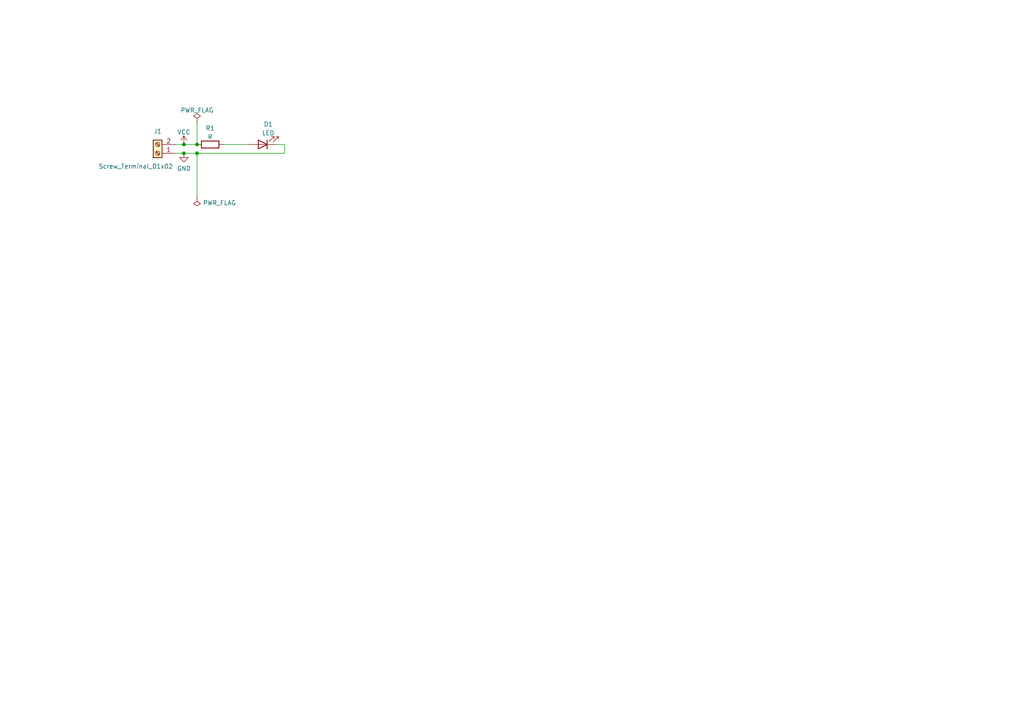
<source format=kicad_sch>
(kicad_sch (version 20211123) (generator eeschema)
  (paper "A4")
  (lib_symbols
    (symbol "Connector:Screw_Terminal_01x02" (pin_names (offset 1.016) hide)
      (property "Reference" "J" (at 0 2.54 0))
      (property "Value" "Screw_Terminal_01x02" (at 0 -5.08 0))
      (symbol "Screw_Terminal_01x02_1_1"
        (rectangle (start -1.27 1.27) (end 1.27 -3.81) (stroke (width 0.254)) (fill (type background)))
        (circle (center 0 -2.54) (radius 0.635) (stroke (width 0.1524)))
        (polyline (pts (xy -0.5334 -2.2098) (xy 0.3302 -3.048)) (stroke (width 0.1524)))
        (polyline (pts (xy -0.5334 0.3302) (xy 0.3302 -0.508)) (stroke (width 0.1524)))
        (polyline (pts (xy -0.3556 -2.032) (xy 0.508 -2.8702)) (stroke (width 0.1524)))
        (polyline (pts (xy -0.3556 0.508) (xy 0.508 -0.3302)) (stroke (width 0.1524)))
        (circle (center 0 0) (radius 0.635) (stroke (width 0.1524)))
        (pin passive line (at -5.08 0 0) (length 3.81) (name "Pin_1") (number "1"))
        (pin passive line (at -5.08 -2.54 0) (length 3.81) (name "Pin_2") (number "2"))
      )
    )
    (symbol "Device:LED" (pin_numbers hide) (pin_names (offset 1.016) hide)
      (property "Reference" "D" (at 0 2.54 0))
      (property "Value" "LED" (at 0 -2.54 0))
      (symbol "LED_0_1"
        (polyline (pts (xy -1.27 -1.27) (xy -1.27 1.27)) (stroke (width 0.254)))
        (polyline (pts (xy -1.27 0) (xy 1.27 0)))
        (polyline (pts (xy 1.27 -1.27) (xy 1.27 1.27) (xy -1.27 0) (xy 1.27 -1.27)) (stroke (width 0.254)))
        (polyline (pts (xy -3.048 -0.762) (xy -4.572 -2.286) (xy -3.81 -2.286) (xy -4.572 -2.286) (xy -4.572 -1.524)))
        (polyline (pts (xy -1.778 -0.762) (xy -3.302 -2.286) (xy -2.54 -2.286) (xy -3.302 -2.286) (xy -3.302 -1.524)))
      )
      (symbol "LED_1_1"
        (pin passive line (at -3.81 0 0) (length 2.54) (name "K") (number "1"))
        (pin passive line (at 3.81 0 180) (length 2.54) (name "A") (number "2"))
      )
    )
    (symbol "Device:R" (pin_numbers hide) (pin_names (offset 0))
      (property "Reference" "R" (at 2.032 0 90))
      (property "Value" "R" (at 0 0 90))
      (symbol "R_0_1"
        (rectangle (start -1.016 -2.54) (end 1.016 2.54) (stroke (width 0.254)))
      )
      (symbol "R_1_1"
        (pin passive line (at 0 3.81 270) (length 1.27) (name "~") (number "1"))
        (pin passive line (at 0 -3.81 90) (length 1.27) (name "~") (number "2"))
      )
    )
    (symbol "power:GND" (power) (pin_names (offset 0))
      (property "Value" "GND" (at 0 -3.81 0))
      (symbol "GND_0_1"
        (polyline (pts (xy 0 0) (xy 0 -1.27) (xy 1.27 -1.27) (xy 0 -2.54) (xy -1.27 -1.27) (xy 0 -1.27)))
      )
      (symbol "GND_1_1"
        (pin power_in line (at 0 0 270) (length 0) hide (name "GND") (number "1"))
      )
    )
    (symbol "power:PWR_FLAG" (power) (pin_numbers hide) (pin_names (offset 0) hide)
      (property "Value" "PWR_FLAG" (at 0 3.81 0))
      (symbol "PWR_FLAG_0_0"
        (pin power_out line (at 0 0 90) (length 0) (name "pwr") (number "1"))
      )
      (symbol "PWR_FLAG_0_1"
        (polyline (pts (xy 0 0) (xy 0 1.27) (xy -1.016 1.905) (xy 0 2.54) (xy 1.016 1.905) (xy 0 1.27)))
      )
    )
    (symbol "power:VCC" (power) (pin_names (offset 0))
      (property "Value" "VCC" (at 0 3.81 0))
      (symbol "VCC_0_1"
        (polyline (pts (xy -0.762 1.27) (xy 0 2.54)))
        (polyline (pts (xy 0 0) (xy 0 2.54)))
        (polyline (pts (xy 0 2.54) (xy 0.762 1.27)))
      )
      (symbol "VCC_1_1"
        (pin power_in line (at 0 0 90) (length 0) hide (name "VCC") (number "1"))
      )
    )
  )
  (junction (at 53.34 44.45))
  (junction (at 53.34 41.91))
  (junction (at 57.15 41.91))
  (junction (at 57.15 44.45))
  (wire (pts (xy 53.34 44.45) (xy 50.8 44.45)))
  (wire (pts (xy 64.77 41.91) (xy 72.39 41.91)))
  (wire (pts (xy 82.55 44.45) (xy 57.15 44.45)))
  (wire (pts (xy 57.15 35.56) (xy 57.15 41.91)))
  (wire (pts (xy 50.8 41.91) (xy 53.34 41.91)))
  (wire (pts (xy 57.15 44.45) (xy 53.34 44.45)))
  (wire (pts (xy 82.55 41.91) (xy 82.55 44.45)))
  (wire (pts (xy 57.15 44.45) (xy 57.15 57.15)))
  (wire (pts (xy 53.34 41.91) (xy 57.15 41.91)))
  (wire (pts (xy 80.01 41.91) (xy 82.55 41.91)))
  (symbol (lib_id "Device:LED") (at 76.2 41.91 180) (unit 1)
    (property "Reference" "D1" (at 77.7875 36.0512 0))
    (property "Value" "LED" (at 77.7875 38.5881 0))
    (property "Footprint" "LED_THT:LED_D3.0mm" (effects hide))
  )
  (symbol (lib_id "Connector:Screw_Terminal_01x02") (at 45.72 44.45 180) (unit 1)
    (property "Reference" "J1" (at 45.72 38.1 0))
    (property "Value" "Screw_Terminal_01x02" (at 39.37 48.26 0))
    (property "Footprint" "TerminalBlock:TerminalBlock_bornier-2_P5.08mm" (effects hide))
  )
  (symbol (lib_id "power:VCC") (at 53.34 41.91 0) (unit 1)
    (property "Reference" "#PWR0101" (effects hide))
    (property "Value" "VCC" (at 53.34 38.3342 0))
  )
  (symbol (lib_id "Device:R") (at 60.96 41.91 90) (unit 1)
    (property "Reference" "R1" (at 60.96 37.1942 90))
    (property "Value" "R" (at 60.96 39.7311 90))
    (property "Footprint" "Resistor_THT:R_Axial_DIN0204_L3.6mm_D1.6mm_P5.08mm_Horizontal" (effects hide))
  )
  (symbol (lib_id "power:PWR_FLAG") (at 57.15 35.56 0) (unit 1)
    (property "Reference" "#FLG0101" (effects hide))
    (property "Value" "PWR_FLAG" (at 57.15 31.9842 0))
  )
  (symbol (lib_id "power:GND") (at 53.34 44.45 0) (unit 1)
    (property "Reference" "#PWR0102" (effects hide))
    (property "Value" "GND" (at 53.34 48.8934 0))
  )
  (symbol (lib_id "power:PWR_FLAG") (at 57.15 57.15 180) (unit 1)
    (property "Reference" "#FLG0102" (effects hide))
    (property "Value" "PWR_FLAG" (at 58.801 58.8538 0) (effects (justify right)))
  )
)
</source>
